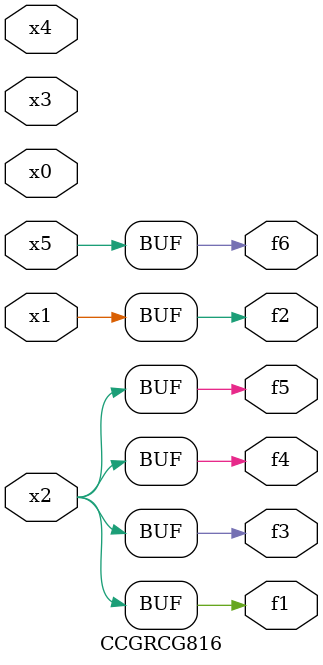
<source format=v>
module CCGRCG816(
	input x0, x1, x2, x3, x4, x5,
	output f1, f2, f3, f4, f5, f6
);
	assign f1 = x2;
	assign f2 = x1;
	assign f3 = x2;
	assign f4 = x2;
	assign f5 = x2;
	assign f6 = x5;
endmodule

</source>
